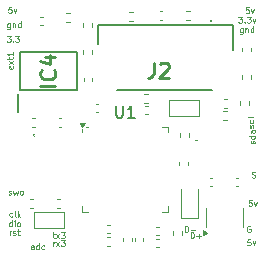
<source format=gbr>
%TF.GenerationSoftware,KiCad,Pcbnew,8.0.5*%
%TF.CreationDate,2024-10-22T08:55:15+02:00*%
%TF.ProjectId,cansatperso,63616e73-6174-4706-9572-736f2e6b6963,rev?*%
%TF.SameCoordinates,Original*%
%TF.FileFunction,Legend,Top*%
%TF.FilePolarity,Positive*%
%FSLAX46Y46*%
G04 Gerber Fmt 4.6, Leading zero omitted, Abs format (unit mm)*
G04 Created by KiCad (PCBNEW 8.0.5) date 2024-10-22 08:55:15*
%MOMM*%
%LPD*%
G01*
G04 APERTURE LIST*
%ADD10C,0.100000*%
%ADD11C,0.254000*%
%ADD12C,0.150000*%
%ADD13C,0.120000*%
%ADD14C,0.200000*%
G04 APERTURE END LIST*
D10*
X193809122Y-75100276D02*
X193809122Y-75505038D01*
X193809122Y-75505038D02*
X193785312Y-75552657D01*
X193785312Y-75552657D02*
X193761503Y-75576466D01*
X193761503Y-75576466D02*
X193713884Y-75600276D01*
X193713884Y-75600276D02*
X193642455Y-75600276D01*
X193642455Y-75600276D02*
X193594836Y-75576466D01*
X193809122Y-75409800D02*
X193761503Y-75433609D01*
X193761503Y-75433609D02*
X193666265Y-75433609D01*
X193666265Y-75433609D02*
X193618646Y-75409800D01*
X193618646Y-75409800D02*
X193594836Y-75385990D01*
X193594836Y-75385990D02*
X193571027Y-75338371D01*
X193571027Y-75338371D02*
X193571027Y-75195514D01*
X193571027Y-75195514D02*
X193594836Y-75147895D01*
X193594836Y-75147895D02*
X193618646Y-75124085D01*
X193618646Y-75124085D02*
X193666265Y-75100276D01*
X193666265Y-75100276D02*
X193761503Y-75100276D01*
X193761503Y-75100276D02*
X193809122Y-75124085D01*
X194047217Y-75100276D02*
X194047217Y-75433609D01*
X194047217Y-75147895D02*
X194071027Y-75124085D01*
X194071027Y-75124085D02*
X194118646Y-75100276D01*
X194118646Y-75100276D02*
X194190074Y-75100276D01*
X194190074Y-75100276D02*
X194237693Y-75124085D01*
X194237693Y-75124085D02*
X194261503Y-75171704D01*
X194261503Y-75171704D02*
X194261503Y-75433609D01*
X194713884Y-75433609D02*
X194713884Y-74933609D01*
X194713884Y-75409800D02*
X194666265Y-75433609D01*
X194666265Y-75433609D02*
X194571027Y-75433609D01*
X194571027Y-75433609D02*
X194523408Y-75409800D01*
X194523408Y-75409800D02*
X194499598Y-75385990D01*
X194499598Y-75385990D02*
X194475789Y-75338371D01*
X194475789Y-75338371D02*
X194475789Y-75195514D01*
X194475789Y-75195514D02*
X194499598Y-75147895D01*
X194499598Y-75147895D02*
X194523408Y-75124085D01*
X194523408Y-75124085D02*
X194571027Y-75100276D01*
X194571027Y-75100276D02*
X194666265Y-75100276D01*
X194666265Y-75100276D02*
X194713884Y-75124085D01*
X193457217Y-74113609D02*
X193766741Y-74113609D01*
X193766741Y-74113609D02*
X193600074Y-74304085D01*
X193600074Y-74304085D02*
X193671503Y-74304085D01*
X193671503Y-74304085D02*
X193719122Y-74327895D01*
X193719122Y-74327895D02*
X193742931Y-74351704D01*
X193742931Y-74351704D02*
X193766741Y-74399323D01*
X193766741Y-74399323D02*
X193766741Y-74518371D01*
X193766741Y-74518371D02*
X193742931Y-74565990D01*
X193742931Y-74565990D02*
X193719122Y-74589800D01*
X193719122Y-74589800D02*
X193671503Y-74613609D01*
X193671503Y-74613609D02*
X193528646Y-74613609D01*
X193528646Y-74613609D02*
X193481027Y-74589800D01*
X193481027Y-74589800D02*
X193457217Y-74565990D01*
X193981026Y-74565990D02*
X194004836Y-74589800D01*
X194004836Y-74589800D02*
X193981026Y-74613609D01*
X193981026Y-74613609D02*
X193957217Y-74589800D01*
X193957217Y-74589800D02*
X193981026Y-74565990D01*
X193981026Y-74565990D02*
X193981026Y-74613609D01*
X194171502Y-74113609D02*
X194481026Y-74113609D01*
X194481026Y-74113609D02*
X194314359Y-74304085D01*
X194314359Y-74304085D02*
X194385788Y-74304085D01*
X194385788Y-74304085D02*
X194433407Y-74327895D01*
X194433407Y-74327895D02*
X194457216Y-74351704D01*
X194457216Y-74351704D02*
X194481026Y-74399323D01*
X194481026Y-74399323D02*
X194481026Y-74518371D01*
X194481026Y-74518371D02*
X194457216Y-74565990D01*
X194457216Y-74565990D02*
X194433407Y-74589800D01*
X194433407Y-74589800D02*
X194385788Y-74613609D01*
X194385788Y-74613609D02*
X194242931Y-74613609D01*
X194242931Y-74613609D02*
X194195312Y-74589800D01*
X194195312Y-74589800D02*
X194171502Y-74565990D01*
X194647692Y-74280276D02*
X194766740Y-74613609D01*
X194766740Y-74613609D02*
X194885787Y-74280276D01*
X194456741Y-91857419D02*
X194409122Y-91833609D01*
X194409122Y-91833609D02*
X194337693Y-91833609D01*
X194337693Y-91833609D02*
X194266265Y-91857419D01*
X194266265Y-91857419D02*
X194218646Y-91905038D01*
X194218646Y-91905038D02*
X194194836Y-91952657D01*
X194194836Y-91952657D02*
X194171027Y-92047895D01*
X194171027Y-92047895D02*
X194171027Y-92119323D01*
X194171027Y-92119323D02*
X194194836Y-92214561D01*
X194194836Y-92214561D02*
X194218646Y-92262180D01*
X194218646Y-92262180D02*
X194266265Y-92309800D01*
X194266265Y-92309800D02*
X194337693Y-92333609D01*
X194337693Y-92333609D02*
X194385312Y-92333609D01*
X194385312Y-92333609D02*
X194456741Y-92309800D01*
X194456741Y-92309800D02*
X194480550Y-92285990D01*
X194480550Y-92285990D02*
X194480550Y-92119323D01*
X194480550Y-92119323D02*
X194385312Y-92119323D01*
X177723408Y-92550276D02*
X177913884Y-92550276D01*
X177794836Y-92383609D02*
X177794836Y-92812180D01*
X177794836Y-92812180D02*
X177818646Y-92859800D01*
X177818646Y-92859800D02*
X177866265Y-92883609D01*
X177866265Y-92883609D02*
X177913884Y-92883609D01*
X178032931Y-92883609D02*
X178294836Y-92550276D01*
X178032931Y-92550276D02*
X178294836Y-92883609D01*
X178437693Y-92383609D02*
X178747217Y-92383609D01*
X178747217Y-92383609D02*
X178580550Y-92574085D01*
X178580550Y-92574085D02*
X178651979Y-92574085D01*
X178651979Y-92574085D02*
X178699598Y-92597895D01*
X178699598Y-92597895D02*
X178723407Y-92621704D01*
X178723407Y-92621704D02*
X178747217Y-92669323D01*
X178747217Y-92669323D02*
X178747217Y-92788371D01*
X178747217Y-92788371D02*
X178723407Y-92835990D01*
X178723407Y-92835990D02*
X178699598Y-92859800D01*
X178699598Y-92859800D02*
X178651979Y-92883609D01*
X178651979Y-92883609D02*
X178509122Y-92883609D01*
X178509122Y-92883609D02*
X178461503Y-92859800D01*
X178461503Y-92859800D02*
X178437693Y-92835990D01*
X194699800Y-83508972D02*
X194723609Y-83461353D01*
X194723609Y-83461353D02*
X194723609Y-83366115D01*
X194723609Y-83366115D02*
X194699800Y-83318496D01*
X194699800Y-83318496D02*
X194652180Y-83294687D01*
X194652180Y-83294687D02*
X194628371Y-83294687D01*
X194628371Y-83294687D02*
X194580752Y-83318496D01*
X194580752Y-83318496D02*
X194556942Y-83366115D01*
X194556942Y-83366115D02*
X194556942Y-83437544D01*
X194556942Y-83437544D02*
X194533133Y-83485163D01*
X194533133Y-83485163D02*
X194485514Y-83508972D01*
X194485514Y-83508972D02*
X194461704Y-83508972D01*
X194461704Y-83508972D02*
X194414085Y-83485163D01*
X194414085Y-83485163D02*
X194390276Y-83437544D01*
X194390276Y-83437544D02*
X194390276Y-83366115D01*
X194390276Y-83366115D02*
X194414085Y-83318496D01*
X194699800Y-82866115D02*
X194723609Y-82913734D01*
X194723609Y-82913734D02*
X194723609Y-83008972D01*
X194723609Y-83008972D02*
X194699800Y-83056591D01*
X194699800Y-83056591D02*
X194675990Y-83080401D01*
X194675990Y-83080401D02*
X194628371Y-83104210D01*
X194628371Y-83104210D02*
X194485514Y-83104210D01*
X194485514Y-83104210D02*
X194437895Y-83080401D01*
X194437895Y-83080401D02*
X194414085Y-83056591D01*
X194414085Y-83056591D02*
X194390276Y-83008972D01*
X194390276Y-83008972D02*
X194390276Y-82913734D01*
X194390276Y-82913734D02*
X194414085Y-82866115D01*
X194723609Y-82580401D02*
X194699800Y-82628020D01*
X194699800Y-82628020D02*
X194652180Y-82651830D01*
X194652180Y-82651830D02*
X194223609Y-82651830D01*
X174109122Y-74680276D02*
X174109122Y-75085038D01*
X174109122Y-75085038D02*
X174085312Y-75132657D01*
X174085312Y-75132657D02*
X174061503Y-75156466D01*
X174061503Y-75156466D02*
X174013884Y-75180276D01*
X174013884Y-75180276D02*
X173942455Y-75180276D01*
X173942455Y-75180276D02*
X173894836Y-75156466D01*
X174109122Y-74989800D02*
X174061503Y-75013609D01*
X174061503Y-75013609D02*
X173966265Y-75013609D01*
X173966265Y-75013609D02*
X173918646Y-74989800D01*
X173918646Y-74989800D02*
X173894836Y-74965990D01*
X173894836Y-74965990D02*
X173871027Y-74918371D01*
X173871027Y-74918371D02*
X173871027Y-74775514D01*
X173871027Y-74775514D02*
X173894836Y-74727895D01*
X173894836Y-74727895D02*
X173918646Y-74704085D01*
X173918646Y-74704085D02*
X173966265Y-74680276D01*
X173966265Y-74680276D02*
X174061503Y-74680276D01*
X174061503Y-74680276D02*
X174109122Y-74704085D01*
X174347217Y-74680276D02*
X174347217Y-75013609D01*
X174347217Y-74727895D02*
X174371027Y-74704085D01*
X174371027Y-74704085D02*
X174418646Y-74680276D01*
X174418646Y-74680276D02*
X174490074Y-74680276D01*
X174490074Y-74680276D02*
X174537693Y-74704085D01*
X174537693Y-74704085D02*
X174561503Y-74751704D01*
X174561503Y-74751704D02*
X174561503Y-75013609D01*
X175013884Y-75013609D02*
X175013884Y-74513609D01*
X175013884Y-74989800D02*
X174966265Y-75013609D01*
X174966265Y-75013609D02*
X174871027Y-75013609D01*
X174871027Y-75013609D02*
X174823408Y-74989800D01*
X174823408Y-74989800D02*
X174799598Y-74965990D01*
X174799598Y-74965990D02*
X174775789Y-74918371D01*
X174775789Y-74918371D02*
X174775789Y-74775514D01*
X174775789Y-74775514D02*
X174799598Y-74727895D01*
X174799598Y-74727895D02*
X174823408Y-74704085D01*
X174823408Y-74704085D02*
X174871027Y-74680276D01*
X174871027Y-74680276D02*
X174966265Y-74680276D01*
X174966265Y-74680276D02*
X175013884Y-74704085D01*
X194322931Y-73313609D02*
X194084836Y-73313609D01*
X194084836Y-73313609D02*
X194061027Y-73551704D01*
X194061027Y-73551704D02*
X194084836Y-73527895D01*
X194084836Y-73527895D02*
X194132455Y-73504085D01*
X194132455Y-73504085D02*
X194251503Y-73504085D01*
X194251503Y-73504085D02*
X194299122Y-73527895D01*
X194299122Y-73527895D02*
X194322931Y-73551704D01*
X194322931Y-73551704D02*
X194346741Y-73599323D01*
X194346741Y-73599323D02*
X194346741Y-73718371D01*
X194346741Y-73718371D02*
X194322931Y-73765990D01*
X194322931Y-73765990D02*
X194299122Y-73789800D01*
X194299122Y-73789800D02*
X194251503Y-73813609D01*
X194251503Y-73813609D02*
X194132455Y-73813609D01*
X194132455Y-73813609D02*
X194084836Y-73789800D01*
X194084836Y-73789800D02*
X194061027Y-73765990D01*
X194513407Y-73480276D02*
X194632455Y-73813609D01*
X194632455Y-73813609D02*
X194751502Y-73480276D01*
X174269122Y-91853609D02*
X174269122Y-91353609D01*
X174269122Y-91829800D02*
X174221503Y-91853609D01*
X174221503Y-91853609D02*
X174126265Y-91853609D01*
X174126265Y-91853609D02*
X174078646Y-91829800D01*
X174078646Y-91829800D02*
X174054836Y-91805990D01*
X174054836Y-91805990D02*
X174031027Y-91758371D01*
X174031027Y-91758371D02*
X174031027Y-91615514D01*
X174031027Y-91615514D02*
X174054836Y-91567895D01*
X174054836Y-91567895D02*
X174078646Y-91544085D01*
X174078646Y-91544085D02*
X174126265Y-91520276D01*
X174126265Y-91520276D02*
X174221503Y-91520276D01*
X174221503Y-91520276D02*
X174269122Y-91544085D01*
X174507217Y-91853609D02*
X174507217Y-91520276D01*
X174507217Y-91353609D02*
X174483408Y-91377419D01*
X174483408Y-91377419D02*
X174507217Y-91401228D01*
X174507217Y-91401228D02*
X174531027Y-91377419D01*
X174531027Y-91377419D02*
X174507217Y-91353609D01*
X174507217Y-91353609D02*
X174507217Y-91401228D01*
X174816741Y-91853609D02*
X174769122Y-91829800D01*
X174769122Y-91829800D02*
X174745312Y-91805990D01*
X174745312Y-91805990D02*
X174721503Y-91758371D01*
X174721503Y-91758371D02*
X174721503Y-91615514D01*
X174721503Y-91615514D02*
X174745312Y-91567895D01*
X174745312Y-91567895D02*
X174769122Y-91544085D01*
X174769122Y-91544085D02*
X174816741Y-91520276D01*
X174816741Y-91520276D02*
X174888169Y-91520276D01*
X174888169Y-91520276D02*
X174935788Y-91544085D01*
X174935788Y-91544085D02*
X174959598Y-91567895D01*
X174959598Y-91567895D02*
X174983407Y-91615514D01*
X174983407Y-91615514D02*
X174983407Y-91758371D01*
X174983407Y-91758371D02*
X174959598Y-91805990D01*
X174959598Y-91805990D02*
X174935788Y-91829800D01*
X174935788Y-91829800D02*
X174888169Y-91853609D01*
X174888169Y-91853609D02*
X174816741Y-91853609D01*
X194611027Y-87709800D02*
X194682455Y-87733609D01*
X194682455Y-87733609D02*
X194801503Y-87733609D01*
X194801503Y-87733609D02*
X194849122Y-87709800D01*
X194849122Y-87709800D02*
X194872931Y-87685990D01*
X194872931Y-87685990D02*
X194896741Y-87638371D01*
X194896741Y-87638371D02*
X194896741Y-87590752D01*
X194896741Y-87590752D02*
X194872931Y-87543133D01*
X194872931Y-87543133D02*
X194849122Y-87519323D01*
X194849122Y-87519323D02*
X194801503Y-87495514D01*
X194801503Y-87495514D02*
X194706265Y-87471704D01*
X194706265Y-87471704D02*
X194658646Y-87447895D01*
X194658646Y-87447895D02*
X194634836Y-87424085D01*
X194634836Y-87424085D02*
X194611027Y-87376466D01*
X194611027Y-87376466D02*
X194611027Y-87328847D01*
X194611027Y-87328847D02*
X194634836Y-87281228D01*
X194634836Y-87281228D02*
X194658646Y-87257419D01*
X194658646Y-87257419D02*
X194706265Y-87233609D01*
X194706265Y-87233609D02*
X194825312Y-87233609D01*
X194825312Y-87233609D02*
X194896741Y-87257419D01*
X174299122Y-91019800D02*
X174251503Y-91043609D01*
X174251503Y-91043609D02*
X174156265Y-91043609D01*
X174156265Y-91043609D02*
X174108646Y-91019800D01*
X174108646Y-91019800D02*
X174084836Y-90995990D01*
X174084836Y-90995990D02*
X174061027Y-90948371D01*
X174061027Y-90948371D02*
X174061027Y-90805514D01*
X174061027Y-90805514D02*
X174084836Y-90757895D01*
X174084836Y-90757895D02*
X174108646Y-90734085D01*
X174108646Y-90734085D02*
X174156265Y-90710276D01*
X174156265Y-90710276D02*
X174251503Y-90710276D01*
X174251503Y-90710276D02*
X174299122Y-90734085D01*
X174584836Y-91043609D02*
X174537217Y-91019800D01*
X174537217Y-91019800D02*
X174513407Y-90972180D01*
X174513407Y-90972180D02*
X174513407Y-90543609D01*
X174775312Y-91043609D02*
X174775312Y-90543609D01*
X174822931Y-90853133D02*
X174965788Y-91043609D01*
X174965788Y-90710276D02*
X174775312Y-90900752D01*
X174084836Y-92583609D02*
X174084836Y-92250276D01*
X174084836Y-92345514D02*
X174108646Y-92297895D01*
X174108646Y-92297895D02*
X174132455Y-92274085D01*
X174132455Y-92274085D02*
X174180074Y-92250276D01*
X174180074Y-92250276D02*
X174227693Y-92250276D01*
X174370551Y-92559800D02*
X174418170Y-92583609D01*
X174418170Y-92583609D02*
X174513408Y-92583609D01*
X174513408Y-92583609D02*
X174561027Y-92559800D01*
X174561027Y-92559800D02*
X174584836Y-92512180D01*
X174584836Y-92512180D02*
X174584836Y-92488371D01*
X174584836Y-92488371D02*
X174561027Y-92440752D01*
X174561027Y-92440752D02*
X174513408Y-92416942D01*
X174513408Y-92416942D02*
X174441979Y-92416942D01*
X174441979Y-92416942D02*
X174394360Y-92393133D01*
X174394360Y-92393133D02*
X174370551Y-92345514D01*
X174370551Y-92345514D02*
X174370551Y-92321704D01*
X174370551Y-92321704D02*
X174394360Y-92274085D01*
X174394360Y-92274085D02*
X174441979Y-92250276D01*
X174441979Y-92250276D02*
X174513408Y-92250276D01*
X174513408Y-92250276D02*
X174561027Y-92274085D01*
X174727694Y-92250276D02*
X174918170Y-92250276D01*
X174799122Y-92083609D02*
X174799122Y-92512180D01*
X174799122Y-92512180D02*
X174822932Y-92559800D01*
X174822932Y-92559800D02*
X174870551Y-92583609D01*
X174870551Y-92583609D02*
X174918170Y-92583609D01*
X194462931Y-92963609D02*
X194224836Y-92963609D01*
X194224836Y-92963609D02*
X194201027Y-93201704D01*
X194201027Y-93201704D02*
X194224836Y-93177895D01*
X194224836Y-93177895D02*
X194272455Y-93154085D01*
X194272455Y-93154085D02*
X194391503Y-93154085D01*
X194391503Y-93154085D02*
X194439122Y-93177895D01*
X194439122Y-93177895D02*
X194462931Y-93201704D01*
X194462931Y-93201704D02*
X194486741Y-93249323D01*
X194486741Y-93249323D02*
X194486741Y-93368371D01*
X194486741Y-93368371D02*
X194462931Y-93415990D01*
X194462931Y-93415990D02*
X194439122Y-93439800D01*
X194439122Y-93439800D02*
X194391503Y-93463609D01*
X194391503Y-93463609D02*
X194272455Y-93463609D01*
X194272455Y-93463609D02*
X194224836Y-93439800D01*
X194224836Y-93439800D02*
X194201027Y-93415990D01*
X194653407Y-93130276D02*
X194772455Y-93463609D01*
X194772455Y-93463609D02*
X194891502Y-93130276D01*
X194799800Y-84848972D02*
X194823609Y-84801353D01*
X194823609Y-84801353D02*
X194823609Y-84706115D01*
X194823609Y-84706115D02*
X194799800Y-84658496D01*
X194799800Y-84658496D02*
X194752180Y-84634687D01*
X194752180Y-84634687D02*
X194728371Y-84634687D01*
X194728371Y-84634687D02*
X194680752Y-84658496D01*
X194680752Y-84658496D02*
X194656942Y-84706115D01*
X194656942Y-84706115D02*
X194656942Y-84777544D01*
X194656942Y-84777544D02*
X194633133Y-84825163D01*
X194633133Y-84825163D02*
X194585514Y-84848972D01*
X194585514Y-84848972D02*
X194561704Y-84848972D01*
X194561704Y-84848972D02*
X194514085Y-84825163D01*
X194514085Y-84825163D02*
X194490276Y-84777544D01*
X194490276Y-84777544D02*
X194490276Y-84706115D01*
X194490276Y-84706115D02*
X194514085Y-84658496D01*
X194823609Y-84206115D02*
X194323609Y-84206115D01*
X194799800Y-84206115D02*
X194823609Y-84253734D01*
X194823609Y-84253734D02*
X194823609Y-84348972D01*
X194823609Y-84348972D02*
X194799800Y-84396591D01*
X194799800Y-84396591D02*
X194775990Y-84420401D01*
X194775990Y-84420401D02*
X194728371Y-84444210D01*
X194728371Y-84444210D02*
X194585514Y-84444210D01*
X194585514Y-84444210D02*
X194537895Y-84420401D01*
X194537895Y-84420401D02*
X194514085Y-84396591D01*
X194514085Y-84396591D02*
X194490276Y-84348972D01*
X194490276Y-84348972D02*
X194490276Y-84253734D01*
X194490276Y-84253734D02*
X194514085Y-84206115D01*
X194823609Y-83753734D02*
X194561704Y-83753734D01*
X194561704Y-83753734D02*
X194514085Y-83777544D01*
X194514085Y-83777544D02*
X194490276Y-83825163D01*
X194490276Y-83825163D02*
X194490276Y-83920401D01*
X194490276Y-83920401D02*
X194514085Y-83968020D01*
X194799800Y-83753734D02*
X194823609Y-83801353D01*
X194823609Y-83801353D02*
X194823609Y-83920401D01*
X194823609Y-83920401D02*
X194799800Y-83968020D01*
X194799800Y-83968020D02*
X194752180Y-83991829D01*
X194752180Y-83991829D02*
X194704561Y-83991829D01*
X194704561Y-83991829D02*
X194656942Y-83968020D01*
X194656942Y-83968020D02*
X194633133Y-83920401D01*
X194633133Y-83920401D02*
X194633133Y-83801353D01*
X194633133Y-83801353D02*
X194609323Y-83753734D01*
X189394836Y-92863609D02*
X189394836Y-92363609D01*
X189394836Y-92363609D02*
X189513884Y-92363609D01*
X189513884Y-92363609D02*
X189585312Y-92387419D01*
X189585312Y-92387419D02*
X189632931Y-92435038D01*
X189632931Y-92435038D02*
X189656741Y-92482657D01*
X189656741Y-92482657D02*
X189680550Y-92577895D01*
X189680550Y-92577895D02*
X189680550Y-92649323D01*
X189680550Y-92649323D02*
X189656741Y-92744561D01*
X189656741Y-92744561D02*
X189632931Y-92792180D01*
X189632931Y-92792180D02*
X189585312Y-92839800D01*
X189585312Y-92839800D02*
X189513884Y-92863609D01*
X189513884Y-92863609D02*
X189394836Y-92863609D01*
X189894836Y-92673133D02*
X190275789Y-92673133D01*
X190085312Y-92863609D02*
X190085312Y-92482657D01*
X177774836Y-93523609D02*
X177774836Y-93190276D01*
X177774836Y-93285514D02*
X177798646Y-93237895D01*
X177798646Y-93237895D02*
X177822455Y-93214085D01*
X177822455Y-93214085D02*
X177870074Y-93190276D01*
X177870074Y-93190276D02*
X177917693Y-93190276D01*
X178036741Y-93523609D02*
X178298646Y-93190276D01*
X178036741Y-93190276D02*
X178298646Y-93523609D01*
X178441503Y-93023609D02*
X178751027Y-93023609D01*
X178751027Y-93023609D02*
X178584360Y-93214085D01*
X178584360Y-93214085D02*
X178655789Y-93214085D01*
X178655789Y-93214085D02*
X178703408Y-93237895D01*
X178703408Y-93237895D02*
X178727217Y-93261704D01*
X178727217Y-93261704D02*
X178751027Y-93309323D01*
X178751027Y-93309323D02*
X178751027Y-93428371D01*
X178751027Y-93428371D02*
X178727217Y-93475990D01*
X178727217Y-93475990D02*
X178703408Y-93499800D01*
X178703408Y-93499800D02*
X178655789Y-93523609D01*
X178655789Y-93523609D02*
X178512932Y-93523609D01*
X178512932Y-93523609D02*
X178465313Y-93499800D01*
X178465313Y-93499800D02*
X178441503Y-93475990D01*
X176109122Y-93813609D02*
X176109122Y-93551704D01*
X176109122Y-93551704D02*
X176085312Y-93504085D01*
X176085312Y-93504085D02*
X176037693Y-93480276D01*
X176037693Y-93480276D02*
X175942455Y-93480276D01*
X175942455Y-93480276D02*
X175894836Y-93504085D01*
X176109122Y-93789800D02*
X176061503Y-93813609D01*
X176061503Y-93813609D02*
X175942455Y-93813609D01*
X175942455Y-93813609D02*
X175894836Y-93789800D01*
X175894836Y-93789800D02*
X175871027Y-93742180D01*
X175871027Y-93742180D02*
X175871027Y-93694561D01*
X175871027Y-93694561D02*
X175894836Y-93646942D01*
X175894836Y-93646942D02*
X175942455Y-93623133D01*
X175942455Y-93623133D02*
X176061503Y-93623133D01*
X176061503Y-93623133D02*
X176109122Y-93599323D01*
X176561503Y-93813609D02*
X176561503Y-93313609D01*
X176561503Y-93789800D02*
X176513884Y-93813609D01*
X176513884Y-93813609D02*
X176418646Y-93813609D01*
X176418646Y-93813609D02*
X176371027Y-93789800D01*
X176371027Y-93789800D02*
X176347217Y-93765990D01*
X176347217Y-93765990D02*
X176323408Y-93718371D01*
X176323408Y-93718371D02*
X176323408Y-93575514D01*
X176323408Y-93575514D02*
X176347217Y-93527895D01*
X176347217Y-93527895D02*
X176371027Y-93504085D01*
X176371027Y-93504085D02*
X176418646Y-93480276D01*
X176418646Y-93480276D02*
X176513884Y-93480276D01*
X176513884Y-93480276D02*
X176561503Y-93504085D01*
X177013884Y-93789800D02*
X176966265Y-93813609D01*
X176966265Y-93813609D02*
X176871027Y-93813609D01*
X176871027Y-93813609D02*
X176823408Y-93789800D01*
X176823408Y-93789800D02*
X176799598Y-93765990D01*
X176799598Y-93765990D02*
X176775789Y-93718371D01*
X176775789Y-93718371D02*
X176775789Y-93575514D01*
X176775789Y-93575514D02*
X176799598Y-93527895D01*
X176799598Y-93527895D02*
X176823408Y-93504085D01*
X176823408Y-93504085D02*
X176871027Y-93480276D01*
X176871027Y-93480276D02*
X176966265Y-93480276D01*
X176966265Y-93480276D02*
X177013884Y-93504085D01*
X174011027Y-89159800D02*
X174058646Y-89183609D01*
X174058646Y-89183609D02*
X174153884Y-89183609D01*
X174153884Y-89183609D02*
X174201503Y-89159800D01*
X174201503Y-89159800D02*
X174225312Y-89112180D01*
X174225312Y-89112180D02*
X174225312Y-89088371D01*
X174225312Y-89088371D02*
X174201503Y-89040752D01*
X174201503Y-89040752D02*
X174153884Y-89016942D01*
X174153884Y-89016942D02*
X174082455Y-89016942D01*
X174082455Y-89016942D02*
X174034836Y-88993133D01*
X174034836Y-88993133D02*
X174011027Y-88945514D01*
X174011027Y-88945514D02*
X174011027Y-88921704D01*
X174011027Y-88921704D02*
X174034836Y-88874085D01*
X174034836Y-88874085D02*
X174082455Y-88850276D01*
X174082455Y-88850276D02*
X174153884Y-88850276D01*
X174153884Y-88850276D02*
X174201503Y-88874085D01*
X174391979Y-88850276D02*
X174487217Y-89183609D01*
X174487217Y-89183609D02*
X174582455Y-88945514D01*
X174582455Y-88945514D02*
X174677693Y-89183609D01*
X174677693Y-89183609D02*
X174772931Y-88850276D01*
X175034837Y-89183609D02*
X174987218Y-89159800D01*
X174987218Y-89159800D02*
X174963408Y-89135990D01*
X174963408Y-89135990D02*
X174939599Y-89088371D01*
X174939599Y-89088371D02*
X174939599Y-88945514D01*
X174939599Y-88945514D02*
X174963408Y-88897895D01*
X174963408Y-88897895D02*
X174987218Y-88874085D01*
X174987218Y-88874085D02*
X175034837Y-88850276D01*
X175034837Y-88850276D02*
X175106265Y-88850276D01*
X175106265Y-88850276D02*
X175153884Y-88874085D01*
X175153884Y-88874085D02*
X175177694Y-88897895D01*
X175177694Y-88897895D02*
X175201503Y-88945514D01*
X175201503Y-88945514D02*
X175201503Y-89088371D01*
X175201503Y-89088371D02*
X175177694Y-89135990D01*
X175177694Y-89135990D02*
X175153884Y-89159800D01*
X175153884Y-89159800D02*
X175106265Y-89183609D01*
X175106265Y-89183609D02*
X175034837Y-89183609D01*
X188904836Y-92343609D02*
X188904836Y-91843609D01*
X188904836Y-91843609D02*
X189023884Y-91843609D01*
X189023884Y-91843609D02*
X189095312Y-91867419D01*
X189095312Y-91867419D02*
X189142931Y-91915038D01*
X189142931Y-91915038D02*
X189166741Y-91962657D01*
X189166741Y-91962657D02*
X189190550Y-92057895D01*
X189190550Y-92057895D02*
X189190550Y-92129323D01*
X189190550Y-92129323D02*
X189166741Y-92224561D01*
X189166741Y-92224561D02*
X189142931Y-92272180D01*
X189142931Y-92272180D02*
X189095312Y-92319800D01*
X189095312Y-92319800D02*
X189023884Y-92343609D01*
X189023884Y-92343609D02*
X188904836Y-92343609D01*
X189404836Y-92153133D02*
X189785789Y-92153133D01*
X194572931Y-89643609D02*
X194334836Y-89643609D01*
X194334836Y-89643609D02*
X194311027Y-89881704D01*
X194311027Y-89881704D02*
X194334836Y-89857895D01*
X194334836Y-89857895D02*
X194382455Y-89834085D01*
X194382455Y-89834085D02*
X194501503Y-89834085D01*
X194501503Y-89834085D02*
X194549122Y-89857895D01*
X194549122Y-89857895D02*
X194572931Y-89881704D01*
X194572931Y-89881704D02*
X194596741Y-89929323D01*
X194596741Y-89929323D02*
X194596741Y-90048371D01*
X194596741Y-90048371D02*
X194572931Y-90095990D01*
X194572931Y-90095990D02*
X194549122Y-90119800D01*
X194549122Y-90119800D02*
X194501503Y-90143609D01*
X194501503Y-90143609D02*
X194382455Y-90143609D01*
X194382455Y-90143609D02*
X194334836Y-90119800D01*
X194334836Y-90119800D02*
X194311027Y-90095990D01*
X194763407Y-89810276D02*
X194882455Y-90143609D01*
X194882455Y-90143609D02*
X195001502Y-89810276D01*
X174232931Y-73293609D02*
X173994836Y-73293609D01*
X173994836Y-73293609D02*
X173971027Y-73531704D01*
X173971027Y-73531704D02*
X173994836Y-73507895D01*
X173994836Y-73507895D02*
X174042455Y-73484085D01*
X174042455Y-73484085D02*
X174161503Y-73484085D01*
X174161503Y-73484085D02*
X174209122Y-73507895D01*
X174209122Y-73507895D02*
X174232931Y-73531704D01*
X174232931Y-73531704D02*
X174256741Y-73579323D01*
X174256741Y-73579323D02*
X174256741Y-73698371D01*
X174256741Y-73698371D02*
X174232931Y-73745990D01*
X174232931Y-73745990D02*
X174209122Y-73769800D01*
X174209122Y-73769800D02*
X174161503Y-73793609D01*
X174161503Y-73793609D02*
X174042455Y-73793609D01*
X174042455Y-73793609D02*
X173994836Y-73769800D01*
X173994836Y-73769800D02*
X173971027Y-73745990D01*
X174423407Y-73460276D02*
X174542455Y-73793609D01*
X174542455Y-73793609D02*
X174661502Y-73460276D01*
X173847217Y-75753609D02*
X174156741Y-75753609D01*
X174156741Y-75753609D02*
X173990074Y-75944085D01*
X173990074Y-75944085D02*
X174061503Y-75944085D01*
X174061503Y-75944085D02*
X174109122Y-75967895D01*
X174109122Y-75967895D02*
X174132931Y-75991704D01*
X174132931Y-75991704D02*
X174156741Y-76039323D01*
X174156741Y-76039323D02*
X174156741Y-76158371D01*
X174156741Y-76158371D02*
X174132931Y-76205990D01*
X174132931Y-76205990D02*
X174109122Y-76229800D01*
X174109122Y-76229800D02*
X174061503Y-76253609D01*
X174061503Y-76253609D02*
X173918646Y-76253609D01*
X173918646Y-76253609D02*
X173871027Y-76229800D01*
X173871027Y-76229800D02*
X173847217Y-76205990D01*
X174371026Y-76205990D02*
X174394836Y-76229800D01*
X174394836Y-76229800D02*
X174371026Y-76253609D01*
X174371026Y-76253609D02*
X174347217Y-76229800D01*
X174347217Y-76229800D02*
X174371026Y-76205990D01*
X174371026Y-76205990D02*
X174371026Y-76253609D01*
X174561502Y-75753609D02*
X174871026Y-75753609D01*
X174871026Y-75753609D02*
X174704359Y-75944085D01*
X174704359Y-75944085D02*
X174775788Y-75944085D01*
X174775788Y-75944085D02*
X174823407Y-75967895D01*
X174823407Y-75967895D02*
X174847216Y-75991704D01*
X174847216Y-75991704D02*
X174871026Y-76039323D01*
X174871026Y-76039323D02*
X174871026Y-76158371D01*
X174871026Y-76158371D02*
X174847216Y-76205990D01*
X174847216Y-76205990D02*
X174823407Y-76229800D01*
X174823407Y-76229800D02*
X174775788Y-76253609D01*
X174775788Y-76253609D02*
X174632931Y-76253609D01*
X174632931Y-76253609D02*
X174585312Y-76229800D01*
X174585312Y-76229800D02*
X174561502Y-76205990D01*
X174329800Y-78304687D02*
X174353609Y-78352306D01*
X174353609Y-78352306D02*
X174353609Y-78447544D01*
X174353609Y-78447544D02*
X174329800Y-78495163D01*
X174329800Y-78495163D02*
X174282180Y-78518972D01*
X174282180Y-78518972D02*
X174091704Y-78518972D01*
X174091704Y-78518972D02*
X174044085Y-78495163D01*
X174044085Y-78495163D02*
X174020276Y-78447544D01*
X174020276Y-78447544D02*
X174020276Y-78352306D01*
X174020276Y-78352306D02*
X174044085Y-78304687D01*
X174044085Y-78304687D02*
X174091704Y-78280877D01*
X174091704Y-78280877D02*
X174139323Y-78280877D01*
X174139323Y-78280877D02*
X174186942Y-78518972D01*
X174353609Y-78114211D02*
X174020276Y-77852306D01*
X174020276Y-78114211D02*
X174353609Y-77852306D01*
X174020276Y-77733258D02*
X174020276Y-77542782D01*
X173853609Y-77661830D02*
X174282180Y-77661830D01*
X174282180Y-77661830D02*
X174329800Y-77638020D01*
X174329800Y-77638020D02*
X174353609Y-77590401D01*
X174353609Y-77590401D02*
X174353609Y-77542782D01*
X174353609Y-77114211D02*
X174353609Y-77399925D01*
X174353609Y-77257068D02*
X173853609Y-77257068D01*
X173853609Y-77257068D02*
X173925038Y-77304687D01*
X173925038Y-77304687D02*
X173972657Y-77352306D01*
X173972657Y-77352306D02*
X173996466Y-77399925D01*
D11*
X177949318Y-79977762D02*
X176679318Y-79977762D01*
X177828365Y-78647285D02*
X177888842Y-78707761D01*
X177888842Y-78707761D02*
X177949318Y-78889190D01*
X177949318Y-78889190D02*
X177949318Y-79010142D01*
X177949318Y-79010142D02*
X177888842Y-79191571D01*
X177888842Y-79191571D02*
X177767889Y-79312523D01*
X177767889Y-79312523D02*
X177646937Y-79373000D01*
X177646937Y-79373000D02*
X177405032Y-79433476D01*
X177405032Y-79433476D02*
X177223603Y-79433476D01*
X177223603Y-79433476D02*
X176981699Y-79373000D01*
X176981699Y-79373000D02*
X176860746Y-79312523D01*
X176860746Y-79312523D02*
X176739794Y-79191571D01*
X176739794Y-79191571D02*
X176679318Y-79010142D01*
X176679318Y-79010142D02*
X176679318Y-78889190D01*
X176679318Y-78889190D02*
X176739794Y-78707761D01*
X176739794Y-78707761D02*
X176800270Y-78647285D01*
X177102651Y-77558714D02*
X177949318Y-77558714D01*
X176618842Y-77861095D02*
X177525984Y-78163476D01*
X177525984Y-78163476D02*
X177525984Y-77377285D01*
X186272667Y-78004318D02*
X186272667Y-78911461D01*
X186272667Y-78911461D02*
X186212190Y-79092889D01*
X186212190Y-79092889D02*
X186091238Y-79213842D01*
X186091238Y-79213842D02*
X185909809Y-79274318D01*
X185909809Y-79274318D02*
X185788857Y-79274318D01*
X186816952Y-78125270D02*
X186877428Y-78064794D01*
X186877428Y-78064794D02*
X186998381Y-78004318D01*
X186998381Y-78004318D02*
X187300762Y-78004318D01*
X187300762Y-78004318D02*
X187421714Y-78064794D01*
X187421714Y-78064794D02*
X187482190Y-78125270D01*
X187482190Y-78125270D02*
X187542667Y-78246222D01*
X187542667Y-78246222D02*
X187542667Y-78367175D01*
X187542667Y-78367175D02*
X187482190Y-78548603D01*
X187482190Y-78548603D02*
X186756476Y-79274318D01*
X186756476Y-79274318D02*
X187542667Y-79274318D01*
D12*
X183098095Y-81662319D02*
X183098095Y-82471842D01*
X183098095Y-82471842D02*
X183145714Y-82567080D01*
X183145714Y-82567080D02*
X183193333Y-82614700D01*
X183193333Y-82614700D02*
X183288571Y-82662319D01*
X183288571Y-82662319D02*
X183479047Y-82662319D01*
X183479047Y-82662319D02*
X183574285Y-82614700D01*
X183574285Y-82614700D02*
X183621904Y-82567080D01*
X183621904Y-82567080D02*
X183669523Y-82471842D01*
X183669523Y-82471842D02*
X183669523Y-81662319D01*
X184669523Y-82662319D02*
X184098095Y-82662319D01*
X184383809Y-82662319D02*
X184383809Y-81662319D01*
X184383809Y-81662319D02*
X184288571Y-81805176D01*
X184288571Y-81805176D02*
X184193333Y-81900414D01*
X184193333Y-81900414D02*
X184098095Y-81948033D01*
D13*
%TO.C,R8*%
X184162379Y-73720000D02*
X184497621Y-73720000D01*
X184162379Y-74480000D02*
X184497621Y-74480000D01*
%TO.C,SW1*%
D10*
X176135000Y-90635000D02*
X178655000Y-90635000D01*
X178655000Y-91995000D01*
X176135000Y-91995000D01*
X176135000Y-90635000D01*
D13*
%TO.C,C32*%
X180360000Y-79555835D02*
X180360000Y-79324165D01*
X181080000Y-79555835D02*
X181080000Y-79324165D01*
%TO.C,C7*%
X184660000Y-92874165D02*
X184660000Y-93105835D01*
X185380000Y-92874165D02*
X185380000Y-93105835D01*
D10*
%TO.C,Y1*%
X176110000Y-84090000D02*
X176110000Y-84090000D01*
X176110000Y-84190000D02*
X176110000Y-84190000D01*
X176110000Y-84090000D02*
G75*
G02*
X176110000Y-84190000I0J-50000D01*
G01*
X176110000Y-84190000D02*
G75*
G02*
X176110000Y-84090000I0J50000D01*
G01*
D13*
%TO.C,C2*%
X178104165Y-89560000D02*
X178335835Y-89560000D01*
X178104165Y-90280000D02*
X178335835Y-90280000D01*
%TO.C,C6*%
X181351665Y-81510000D02*
X181583335Y-81510000D01*
X181351665Y-82230000D02*
X181583335Y-82230000D01*
%TO.C,C12*%
X176055835Y-89560000D02*
X175824165Y-89560000D01*
X176055835Y-90280000D02*
X175824165Y-90280000D01*
%TO.C,C10*%
X182545835Y-92780000D02*
X182314165Y-92780000D01*
X182545835Y-93500000D02*
X182314165Y-93500000D01*
%TO.C,R2*%
X185807621Y-80650000D02*
X185472379Y-80650000D01*
X185807621Y-81410000D02*
X185472379Y-81410000D01*
%TO.C,C1*%
X191021165Y-87772000D02*
X191252835Y-87772000D01*
X191021165Y-88492000D02*
X191252835Y-88492000D01*
%TO.C,C16*%
X187015835Y-73650000D02*
X186784165Y-73650000D01*
X187015835Y-74370000D02*
X186784165Y-74370000D01*
%TO.C,D3*%
X188565000Y-88680000D02*
X188565000Y-91140000D01*
X188565000Y-91140000D02*
X190035000Y-91140000D01*
X190035000Y-91140000D02*
X190035000Y-88680000D01*
%TO.C,C8*%
X183680000Y-92864165D02*
X183680000Y-93095835D01*
X184400000Y-92864165D02*
X184400000Y-93095835D01*
D14*
%TO.C,IC4*%
X174795000Y-82213000D02*
X174795000Y-80688000D01*
X174925000Y-77138000D02*
X179825000Y-77138000D01*
X174925000Y-80338000D02*
X174925000Y-77138000D01*
X179825000Y-77138000D02*
X179825000Y-80338000D01*
X179825000Y-80338000D02*
X174925000Y-80338000D01*
D13*
%TO.C,R5*%
X193720000Y-79022379D02*
X193720000Y-79357621D01*
X194480000Y-79022379D02*
X194480000Y-79357621D01*
%TO.C,R24*%
X180310000Y-77267621D02*
X180310000Y-76932379D01*
X181070000Y-77267621D02*
X181070000Y-76932379D01*
%TO.C,R9*%
X192484621Y-82142000D02*
X192149379Y-82142000D01*
X192484621Y-82902000D02*
X192149379Y-82902000D01*
%TO.C,C15*%
X193790000Y-77005835D02*
X193790000Y-76774165D01*
X194510000Y-77005835D02*
X194510000Y-76774165D01*
%TO.C,R25*%
X180290000Y-74642379D02*
X180290000Y-74977621D01*
X181050000Y-74642379D02*
X181050000Y-74977621D01*
%TO.C,C31*%
X176875835Y-74140000D02*
X176644165Y-74140000D01*
X176875835Y-74860000D02*
X176644165Y-74860000D01*
%TO.C,R26*%
X178842379Y-73830000D02*
X179177621Y-73830000D01*
X178842379Y-74590000D02*
X179177621Y-74590000D01*
%TO.C,C11*%
X186705835Y-92900000D02*
X186474165Y-92900000D01*
X186705835Y-93620000D02*
X186474165Y-93620000D01*
D14*
%TO.C,J2*%
X181560000Y-74830000D02*
X181560000Y-76429000D01*
X181560000Y-74830000D02*
X192960000Y-74830000D01*
X183160000Y-80330000D02*
X191238000Y-80330000D01*
X192960000Y-74830000D02*
X192960000Y-76928000D01*
X191187000Y-74466000D02*
G75*
G02*
X191105000Y-74466000I-41000J0D01*
G01*
X191105000Y-74466000D02*
G75*
G02*
X191187000Y-74466000I41000J0D01*
G01*
D13*
%TO.C,U2*%
X190710000Y-91092500D02*
X190710000Y-90292500D01*
X190710000Y-91092500D02*
X190710000Y-91892500D01*
X193830000Y-91092500D02*
X193830000Y-90292500D01*
X193830000Y-91092500D02*
X193830000Y-91892500D01*
X190760000Y-92392500D02*
X190430000Y-92632500D01*
X190430000Y-92152500D01*
X190760000Y-92392500D01*
G36*
X190760000Y-92392500D02*
G01*
X190430000Y-92632500D01*
X190430000Y-92152500D01*
X190760000Y-92392500D01*
G37*
%TO.C,SW2*%
D10*
X187565000Y-81135000D02*
X190085000Y-81135000D01*
X190085000Y-82495000D01*
X187565000Y-82495000D01*
X187565000Y-81135000D01*
D13*
%TO.C,R6*%
X193580000Y-81282379D02*
X193580000Y-81617621D01*
X194340000Y-81282379D02*
X194340000Y-81617621D01*
%TO.C,C4*%
X188440000Y-86454165D02*
X188440000Y-86685835D01*
X189160000Y-86454165D02*
X189160000Y-86685835D01*
%TO.C,C17*%
X193455835Y-87760000D02*
X193224165Y-87760000D01*
X193455835Y-88480000D02*
X193224165Y-88480000D01*
%TO.C,C9*%
X182555835Y-91730000D02*
X182324165Y-91730000D01*
X182555835Y-92450000D02*
X182324165Y-92450000D01*
%TO.C,U1*%
X180250000Y-83902500D02*
X180250000Y-83667500D01*
X180250000Y-90647500D02*
X180250000Y-90172500D01*
X180725000Y-83427500D02*
X180550000Y-83427500D01*
X180725000Y-90647500D02*
X180250000Y-90647500D01*
X186995000Y-83427500D02*
X187470000Y-83427500D01*
X186995000Y-90647500D02*
X187470000Y-90647500D01*
X187470000Y-83427500D02*
X187470000Y-83902500D01*
X187470000Y-90647500D02*
X187470000Y-90172500D01*
X180250000Y-83427500D02*
X180010000Y-83097500D01*
X180490000Y-83097500D01*
X180250000Y-83427500D01*
G36*
X180250000Y-83427500D02*
G01*
X180010000Y-83097500D01*
X180490000Y-83097500D01*
X180250000Y-83427500D01*
G37*
%TO.C,C30*%
X176195835Y-82720000D02*
X175964165Y-82720000D01*
X176195835Y-83440000D02*
X175964165Y-83440000D01*
%TO.C,C13*%
X178465835Y-82720000D02*
X178234165Y-82720000D01*
X178465835Y-83440000D02*
X178234165Y-83440000D01*
%TO.C,R20*%
X187890000Y-92625121D02*
X187890000Y-92289879D01*
X188650000Y-92625121D02*
X188650000Y-92289879D01*
%TO.C,C5*%
X186504165Y-91890000D02*
X186735835Y-91890000D01*
X186504165Y-92610000D02*
X186735835Y-92610000D01*
%TO.C,C14*%
X192445835Y-81110000D02*
X192214165Y-81110000D01*
X192445835Y-81830000D02*
X192214165Y-81830000D01*
%TO.C,R10*%
X188517000Y-83994379D02*
X188517000Y-84329621D01*
X189277000Y-83994379D02*
X189277000Y-84329621D01*
%TO.C,C3*%
X185524165Y-81640000D02*
X185755835Y-81640000D01*
X185524165Y-82360000D02*
X185755835Y-82360000D01*
D10*
%TO.C,IC1*%
X189837000Y-84580000D02*
X189837000Y-84580000D01*
X189937000Y-84580000D02*
X189937000Y-84580000D01*
X189837000Y-84580000D02*
G75*
G02*
X189937000Y-84580000I50000J0D01*
G01*
X189937000Y-84580000D02*
G75*
G02*
X189837000Y-84580000I-50000J0D01*
G01*
D13*
%TO.C,R7*%
X189012379Y-73650000D02*
X189347621Y-73650000D01*
X189012379Y-74410000D02*
X189347621Y-74410000D01*
%TD*%
M02*

</source>
